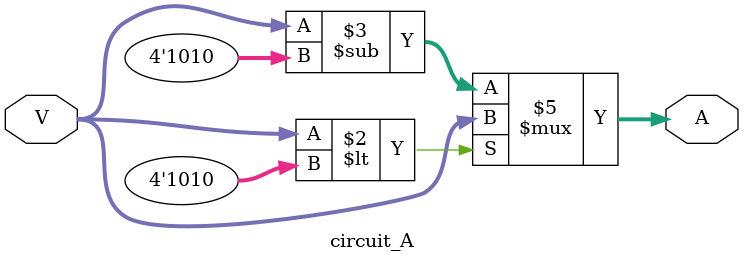
<source format=v>
module circuit_A (
    input [3:0] V,
    output reg [3:0] A
);
    always @(*)
        if (V < 4'b1010)
            A = V;
        else 
            A = V - 4'b1010;

endmodule
</source>
